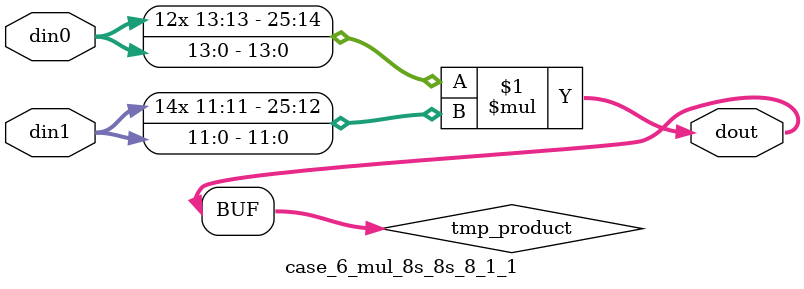
<source format=v>

`timescale 1 ns / 1 ps

 module case_6_mul_8s_8s_8_1_1(din0, din1, dout);
parameter ID = 1;
parameter NUM_STAGE = 0;
parameter din0_WIDTH = 14;
parameter din1_WIDTH = 12;
parameter dout_WIDTH = 26;

input [din0_WIDTH - 1 : 0] din0; 
input [din1_WIDTH - 1 : 0] din1; 
output [dout_WIDTH - 1 : 0] dout;

wire signed [dout_WIDTH - 1 : 0] tmp_product;



























assign tmp_product = $signed(din0) * $signed(din1);








assign dout = tmp_product;





















endmodule

</source>
